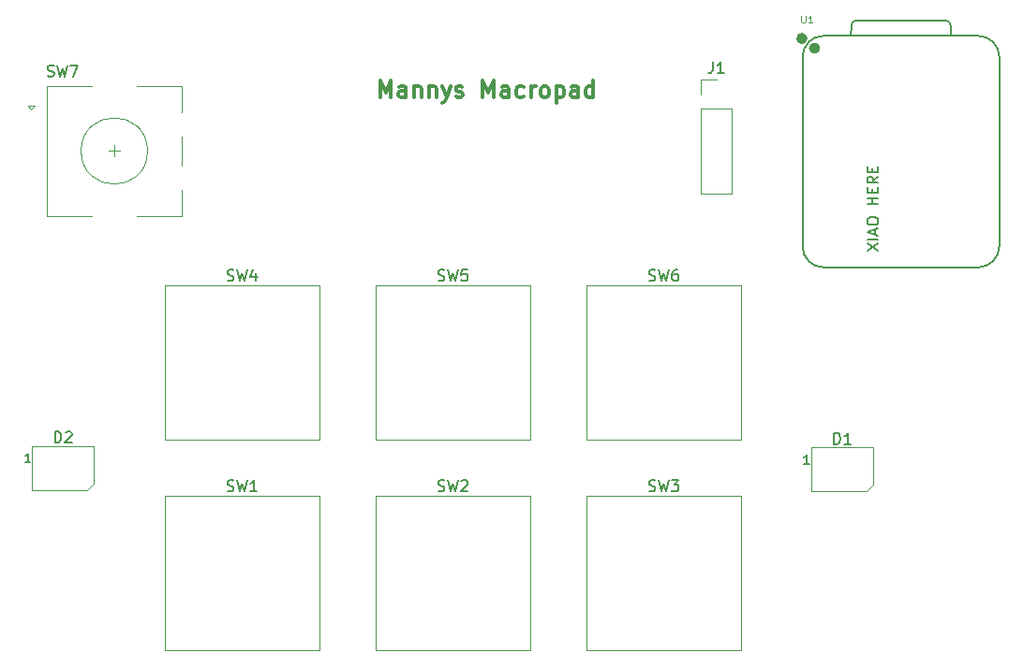
<source format=gbr>
%TF.GenerationSoftware,KiCad,Pcbnew,9.0.7*%
%TF.CreationDate,2026-01-28T20:07:14-06:00*%
%TF.ProjectId,MicroPad actual,4d696372-6f50-4616-9420-61637475616c,rev?*%
%TF.SameCoordinates,Original*%
%TF.FileFunction,Legend,Top*%
%TF.FilePolarity,Positive*%
%FSLAX46Y46*%
G04 Gerber Fmt 4.6, Leading zero omitted, Abs format (unit mm)*
G04 Created by KiCad (PCBNEW 9.0.7) date 2026-01-28 20:07:14*
%MOMM*%
%LPD*%
G01*
G04 APERTURE LIST*
%ADD10C,0.300000*%
%ADD11C,0.150000*%
%ADD12C,0.101600*%
%ADD13C,0.120000*%
%ADD14C,0.127000*%
%ADD15C,0.100000*%
%ADD16C,0.504000*%
G04 APERTURE END LIST*
D10*
X117235760Y-35519578D02*
X117235760Y-34019578D01*
X117235760Y-34019578D02*
X117735760Y-35091007D01*
X117735760Y-35091007D02*
X118235760Y-34019578D01*
X118235760Y-34019578D02*
X118235760Y-35519578D01*
X119592904Y-35519578D02*
X119592904Y-34733864D01*
X119592904Y-34733864D02*
X119521475Y-34591007D01*
X119521475Y-34591007D02*
X119378618Y-34519578D01*
X119378618Y-34519578D02*
X119092904Y-34519578D01*
X119092904Y-34519578D02*
X118950046Y-34591007D01*
X119592904Y-35448150D02*
X119450046Y-35519578D01*
X119450046Y-35519578D02*
X119092904Y-35519578D01*
X119092904Y-35519578D02*
X118950046Y-35448150D01*
X118950046Y-35448150D02*
X118878618Y-35305292D01*
X118878618Y-35305292D02*
X118878618Y-35162435D01*
X118878618Y-35162435D02*
X118950046Y-35019578D01*
X118950046Y-35019578D02*
X119092904Y-34948150D01*
X119092904Y-34948150D02*
X119450046Y-34948150D01*
X119450046Y-34948150D02*
X119592904Y-34876721D01*
X120307189Y-34519578D02*
X120307189Y-35519578D01*
X120307189Y-34662435D02*
X120378618Y-34591007D01*
X120378618Y-34591007D02*
X120521475Y-34519578D01*
X120521475Y-34519578D02*
X120735761Y-34519578D01*
X120735761Y-34519578D02*
X120878618Y-34591007D01*
X120878618Y-34591007D02*
X120950047Y-34733864D01*
X120950047Y-34733864D02*
X120950047Y-35519578D01*
X121664332Y-34519578D02*
X121664332Y-35519578D01*
X121664332Y-34662435D02*
X121735761Y-34591007D01*
X121735761Y-34591007D02*
X121878618Y-34519578D01*
X121878618Y-34519578D02*
X122092904Y-34519578D01*
X122092904Y-34519578D02*
X122235761Y-34591007D01*
X122235761Y-34591007D02*
X122307190Y-34733864D01*
X122307190Y-34733864D02*
X122307190Y-35519578D01*
X122878618Y-34519578D02*
X123235761Y-35519578D01*
X123592904Y-34519578D02*
X123235761Y-35519578D01*
X123235761Y-35519578D02*
X123092904Y-35876721D01*
X123092904Y-35876721D02*
X123021475Y-35948150D01*
X123021475Y-35948150D02*
X122878618Y-36019578D01*
X124092904Y-35448150D02*
X124235761Y-35519578D01*
X124235761Y-35519578D02*
X124521475Y-35519578D01*
X124521475Y-35519578D02*
X124664332Y-35448150D01*
X124664332Y-35448150D02*
X124735761Y-35305292D01*
X124735761Y-35305292D02*
X124735761Y-35233864D01*
X124735761Y-35233864D02*
X124664332Y-35091007D01*
X124664332Y-35091007D02*
X124521475Y-35019578D01*
X124521475Y-35019578D02*
X124307190Y-35019578D01*
X124307190Y-35019578D02*
X124164332Y-34948150D01*
X124164332Y-34948150D02*
X124092904Y-34805292D01*
X124092904Y-34805292D02*
X124092904Y-34733864D01*
X124092904Y-34733864D02*
X124164332Y-34591007D01*
X124164332Y-34591007D02*
X124307190Y-34519578D01*
X124307190Y-34519578D02*
X124521475Y-34519578D01*
X124521475Y-34519578D02*
X124664332Y-34591007D01*
X126521475Y-35519578D02*
X126521475Y-34019578D01*
X126521475Y-34019578D02*
X127021475Y-35091007D01*
X127021475Y-35091007D02*
X127521475Y-34019578D01*
X127521475Y-34019578D02*
X127521475Y-35519578D01*
X128878619Y-35519578D02*
X128878619Y-34733864D01*
X128878619Y-34733864D02*
X128807190Y-34591007D01*
X128807190Y-34591007D02*
X128664333Y-34519578D01*
X128664333Y-34519578D02*
X128378619Y-34519578D01*
X128378619Y-34519578D02*
X128235761Y-34591007D01*
X128878619Y-35448150D02*
X128735761Y-35519578D01*
X128735761Y-35519578D02*
X128378619Y-35519578D01*
X128378619Y-35519578D02*
X128235761Y-35448150D01*
X128235761Y-35448150D02*
X128164333Y-35305292D01*
X128164333Y-35305292D02*
X128164333Y-35162435D01*
X128164333Y-35162435D02*
X128235761Y-35019578D01*
X128235761Y-35019578D02*
X128378619Y-34948150D01*
X128378619Y-34948150D02*
X128735761Y-34948150D01*
X128735761Y-34948150D02*
X128878619Y-34876721D01*
X130235762Y-35448150D02*
X130092904Y-35519578D01*
X130092904Y-35519578D02*
X129807190Y-35519578D01*
X129807190Y-35519578D02*
X129664333Y-35448150D01*
X129664333Y-35448150D02*
X129592904Y-35376721D01*
X129592904Y-35376721D02*
X129521476Y-35233864D01*
X129521476Y-35233864D02*
X129521476Y-34805292D01*
X129521476Y-34805292D02*
X129592904Y-34662435D01*
X129592904Y-34662435D02*
X129664333Y-34591007D01*
X129664333Y-34591007D02*
X129807190Y-34519578D01*
X129807190Y-34519578D02*
X130092904Y-34519578D01*
X130092904Y-34519578D02*
X130235762Y-34591007D01*
X130878618Y-35519578D02*
X130878618Y-34519578D01*
X130878618Y-34805292D02*
X130950047Y-34662435D01*
X130950047Y-34662435D02*
X131021476Y-34591007D01*
X131021476Y-34591007D02*
X131164333Y-34519578D01*
X131164333Y-34519578D02*
X131307190Y-34519578D01*
X132021475Y-35519578D02*
X131878618Y-35448150D01*
X131878618Y-35448150D02*
X131807189Y-35376721D01*
X131807189Y-35376721D02*
X131735761Y-35233864D01*
X131735761Y-35233864D02*
X131735761Y-34805292D01*
X131735761Y-34805292D02*
X131807189Y-34662435D01*
X131807189Y-34662435D02*
X131878618Y-34591007D01*
X131878618Y-34591007D02*
X132021475Y-34519578D01*
X132021475Y-34519578D02*
X132235761Y-34519578D01*
X132235761Y-34519578D02*
X132378618Y-34591007D01*
X132378618Y-34591007D02*
X132450047Y-34662435D01*
X132450047Y-34662435D02*
X132521475Y-34805292D01*
X132521475Y-34805292D02*
X132521475Y-35233864D01*
X132521475Y-35233864D02*
X132450047Y-35376721D01*
X132450047Y-35376721D02*
X132378618Y-35448150D01*
X132378618Y-35448150D02*
X132235761Y-35519578D01*
X132235761Y-35519578D02*
X132021475Y-35519578D01*
X133164332Y-34519578D02*
X133164332Y-36019578D01*
X133164332Y-34591007D02*
X133307190Y-34519578D01*
X133307190Y-34519578D02*
X133592904Y-34519578D01*
X133592904Y-34519578D02*
X133735761Y-34591007D01*
X133735761Y-34591007D02*
X133807190Y-34662435D01*
X133807190Y-34662435D02*
X133878618Y-34805292D01*
X133878618Y-34805292D02*
X133878618Y-35233864D01*
X133878618Y-35233864D02*
X133807190Y-35376721D01*
X133807190Y-35376721D02*
X133735761Y-35448150D01*
X133735761Y-35448150D02*
X133592904Y-35519578D01*
X133592904Y-35519578D02*
X133307190Y-35519578D01*
X133307190Y-35519578D02*
X133164332Y-35448150D01*
X135164333Y-35519578D02*
X135164333Y-34733864D01*
X135164333Y-34733864D02*
X135092904Y-34591007D01*
X135092904Y-34591007D02*
X134950047Y-34519578D01*
X134950047Y-34519578D02*
X134664333Y-34519578D01*
X134664333Y-34519578D02*
X134521475Y-34591007D01*
X135164333Y-35448150D02*
X135021475Y-35519578D01*
X135021475Y-35519578D02*
X134664333Y-35519578D01*
X134664333Y-35519578D02*
X134521475Y-35448150D01*
X134521475Y-35448150D02*
X134450047Y-35305292D01*
X134450047Y-35305292D02*
X134450047Y-35162435D01*
X134450047Y-35162435D02*
X134521475Y-35019578D01*
X134521475Y-35019578D02*
X134664333Y-34948150D01*
X134664333Y-34948150D02*
X135021475Y-34948150D01*
X135021475Y-34948150D02*
X135164333Y-34876721D01*
X136521476Y-35519578D02*
X136521476Y-34019578D01*
X136521476Y-35448150D02*
X136378618Y-35519578D01*
X136378618Y-35519578D02*
X136092904Y-35519578D01*
X136092904Y-35519578D02*
X135950047Y-35448150D01*
X135950047Y-35448150D02*
X135878618Y-35376721D01*
X135878618Y-35376721D02*
X135807190Y-35233864D01*
X135807190Y-35233864D02*
X135807190Y-34805292D01*
X135807190Y-34805292D02*
X135878618Y-34662435D01*
X135878618Y-34662435D02*
X135950047Y-34591007D01*
X135950047Y-34591007D02*
X136092904Y-34519578D01*
X136092904Y-34519578D02*
X136378618Y-34519578D01*
X136378618Y-34519578D02*
X136521476Y-34591007D01*
D11*
X161259819Y-49378458D02*
X162259819Y-48711792D01*
X161259819Y-48711792D02*
X162259819Y-49378458D01*
X162259819Y-48330839D02*
X161259819Y-48330839D01*
X161974104Y-47902268D02*
X161974104Y-47426078D01*
X162259819Y-47997506D02*
X161259819Y-47664173D01*
X161259819Y-47664173D02*
X162259819Y-47330840D01*
X161259819Y-46807030D02*
X161259819Y-46616554D01*
X161259819Y-46616554D02*
X161307438Y-46521316D01*
X161307438Y-46521316D02*
X161402676Y-46426078D01*
X161402676Y-46426078D02*
X161593152Y-46378459D01*
X161593152Y-46378459D02*
X161926485Y-46378459D01*
X161926485Y-46378459D02*
X162116961Y-46426078D01*
X162116961Y-46426078D02*
X162212200Y-46521316D01*
X162212200Y-46521316D02*
X162259819Y-46616554D01*
X162259819Y-46616554D02*
X162259819Y-46807030D01*
X162259819Y-46807030D02*
X162212200Y-46902268D01*
X162212200Y-46902268D02*
X162116961Y-46997506D01*
X162116961Y-46997506D02*
X161926485Y-47045125D01*
X161926485Y-47045125D02*
X161593152Y-47045125D01*
X161593152Y-47045125D02*
X161402676Y-46997506D01*
X161402676Y-46997506D02*
X161307438Y-46902268D01*
X161307438Y-46902268D02*
X161259819Y-46807030D01*
X162259819Y-45187982D02*
X161259819Y-45187982D01*
X161736009Y-45187982D02*
X161736009Y-44616554D01*
X162259819Y-44616554D02*
X161259819Y-44616554D01*
X161736009Y-44140363D02*
X161736009Y-43807030D01*
X162259819Y-43664173D02*
X162259819Y-44140363D01*
X162259819Y-44140363D02*
X161259819Y-44140363D01*
X161259819Y-44140363D02*
X161259819Y-43664173D01*
X162259819Y-42664173D02*
X161783628Y-42997506D01*
X162259819Y-43235601D02*
X161259819Y-43235601D01*
X161259819Y-43235601D02*
X161259819Y-42854649D01*
X161259819Y-42854649D02*
X161307438Y-42759411D01*
X161307438Y-42759411D02*
X161355057Y-42711792D01*
X161355057Y-42711792D02*
X161450295Y-42664173D01*
X161450295Y-42664173D02*
X161593152Y-42664173D01*
X161593152Y-42664173D02*
X161688390Y-42711792D01*
X161688390Y-42711792D02*
X161736009Y-42759411D01*
X161736009Y-42759411D02*
X161783628Y-42854649D01*
X161783628Y-42854649D02*
X161783628Y-43235601D01*
X161736009Y-42235601D02*
X161736009Y-41902268D01*
X162259819Y-41759411D02*
X162259819Y-42235601D01*
X162259819Y-42235601D02*
X161259819Y-42235601D01*
X161259819Y-42235601D02*
X161259819Y-41759411D01*
X87861905Y-66754819D02*
X87861905Y-65754819D01*
X87861905Y-65754819D02*
X88100000Y-65754819D01*
X88100000Y-65754819D02*
X88242857Y-65802438D01*
X88242857Y-65802438D02*
X88338095Y-65897676D01*
X88338095Y-65897676D02*
X88385714Y-65992914D01*
X88385714Y-65992914D02*
X88433333Y-66183390D01*
X88433333Y-66183390D02*
X88433333Y-66326247D01*
X88433333Y-66326247D02*
X88385714Y-66516723D01*
X88385714Y-66516723D02*
X88338095Y-66611961D01*
X88338095Y-66611961D02*
X88242857Y-66707200D01*
X88242857Y-66707200D02*
X88100000Y-66754819D01*
X88100000Y-66754819D02*
X87861905Y-66754819D01*
X88814286Y-65850057D02*
X88861905Y-65802438D01*
X88861905Y-65802438D02*
X88957143Y-65754819D01*
X88957143Y-65754819D02*
X89195238Y-65754819D01*
X89195238Y-65754819D02*
X89290476Y-65802438D01*
X89290476Y-65802438D02*
X89338095Y-65850057D01*
X89338095Y-65850057D02*
X89385714Y-65945295D01*
X89385714Y-65945295D02*
X89385714Y-66040533D01*
X89385714Y-66040533D02*
X89338095Y-66183390D01*
X89338095Y-66183390D02*
X88766667Y-66754819D01*
X88766667Y-66754819D02*
X89385714Y-66754819D01*
X85628571Y-68537295D02*
X85171428Y-68537295D01*
X85400000Y-68537295D02*
X85400000Y-67737295D01*
X85400000Y-67737295D02*
X85323809Y-67851580D01*
X85323809Y-67851580D02*
X85247619Y-67927771D01*
X85247619Y-67927771D02*
X85171428Y-67965866D01*
X158261905Y-66879819D02*
X158261905Y-65879819D01*
X158261905Y-65879819D02*
X158500000Y-65879819D01*
X158500000Y-65879819D02*
X158642857Y-65927438D01*
X158642857Y-65927438D02*
X158738095Y-66022676D01*
X158738095Y-66022676D02*
X158785714Y-66117914D01*
X158785714Y-66117914D02*
X158833333Y-66308390D01*
X158833333Y-66308390D02*
X158833333Y-66451247D01*
X158833333Y-66451247D02*
X158785714Y-66641723D01*
X158785714Y-66641723D02*
X158738095Y-66736961D01*
X158738095Y-66736961D02*
X158642857Y-66832200D01*
X158642857Y-66832200D02*
X158500000Y-66879819D01*
X158500000Y-66879819D02*
X158261905Y-66879819D01*
X159785714Y-66879819D02*
X159214286Y-66879819D01*
X159500000Y-66879819D02*
X159500000Y-65879819D01*
X159500000Y-65879819D02*
X159404762Y-66022676D01*
X159404762Y-66022676D02*
X159309524Y-66117914D01*
X159309524Y-66117914D02*
X159214286Y-66165533D01*
X156028571Y-68662295D02*
X155571428Y-68662295D01*
X155800000Y-68662295D02*
X155800000Y-67862295D01*
X155800000Y-67862295D02*
X155723809Y-67976580D01*
X155723809Y-67976580D02*
X155647619Y-68052771D01*
X155647619Y-68052771D02*
X155571428Y-68090866D01*
X87191667Y-33569700D02*
X87334524Y-33617319D01*
X87334524Y-33617319D02*
X87572619Y-33617319D01*
X87572619Y-33617319D02*
X87667857Y-33569700D01*
X87667857Y-33569700D02*
X87715476Y-33522080D01*
X87715476Y-33522080D02*
X87763095Y-33426842D01*
X87763095Y-33426842D02*
X87763095Y-33331604D01*
X87763095Y-33331604D02*
X87715476Y-33236366D01*
X87715476Y-33236366D02*
X87667857Y-33188747D01*
X87667857Y-33188747D02*
X87572619Y-33141128D01*
X87572619Y-33141128D02*
X87382143Y-33093509D01*
X87382143Y-33093509D02*
X87286905Y-33045890D01*
X87286905Y-33045890D02*
X87239286Y-32998271D01*
X87239286Y-32998271D02*
X87191667Y-32903033D01*
X87191667Y-32903033D02*
X87191667Y-32807795D01*
X87191667Y-32807795D02*
X87239286Y-32712557D01*
X87239286Y-32712557D02*
X87286905Y-32664938D01*
X87286905Y-32664938D02*
X87382143Y-32617319D01*
X87382143Y-32617319D02*
X87620238Y-32617319D01*
X87620238Y-32617319D02*
X87763095Y-32664938D01*
X88096429Y-32617319D02*
X88334524Y-33617319D01*
X88334524Y-33617319D02*
X88525000Y-32903033D01*
X88525000Y-32903033D02*
X88715476Y-33617319D01*
X88715476Y-33617319D02*
X88953572Y-32617319D01*
X89239286Y-32617319D02*
X89905952Y-32617319D01*
X89905952Y-32617319D02*
X89477381Y-33617319D01*
X141541667Y-71114450D02*
X141684524Y-71162069D01*
X141684524Y-71162069D02*
X141922619Y-71162069D01*
X141922619Y-71162069D02*
X142017857Y-71114450D01*
X142017857Y-71114450D02*
X142065476Y-71066830D01*
X142065476Y-71066830D02*
X142113095Y-70971592D01*
X142113095Y-70971592D02*
X142113095Y-70876354D01*
X142113095Y-70876354D02*
X142065476Y-70781116D01*
X142065476Y-70781116D02*
X142017857Y-70733497D01*
X142017857Y-70733497D02*
X141922619Y-70685878D01*
X141922619Y-70685878D02*
X141732143Y-70638259D01*
X141732143Y-70638259D02*
X141636905Y-70590640D01*
X141636905Y-70590640D02*
X141589286Y-70543021D01*
X141589286Y-70543021D02*
X141541667Y-70447783D01*
X141541667Y-70447783D02*
X141541667Y-70352545D01*
X141541667Y-70352545D02*
X141589286Y-70257307D01*
X141589286Y-70257307D02*
X141636905Y-70209688D01*
X141636905Y-70209688D02*
X141732143Y-70162069D01*
X141732143Y-70162069D02*
X141970238Y-70162069D01*
X141970238Y-70162069D02*
X142113095Y-70209688D01*
X142446429Y-70162069D02*
X142684524Y-71162069D01*
X142684524Y-71162069D02*
X142875000Y-70447783D01*
X142875000Y-70447783D02*
X143065476Y-71162069D01*
X143065476Y-71162069D02*
X143303572Y-70162069D01*
X143589286Y-70162069D02*
X144208333Y-70162069D01*
X144208333Y-70162069D02*
X143875000Y-70543021D01*
X143875000Y-70543021D02*
X144017857Y-70543021D01*
X144017857Y-70543021D02*
X144113095Y-70590640D01*
X144113095Y-70590640D02*
X144160714Y-70638259D01*
X144160714Y-70638259D02*
X144208333Y-70733497D01*
X144208333Y-70733497D02*
X144208333Y-70971592D01*
X144208333Y-70971592D02*
X144160714Y-71066830D01*
X144160714Y-71066830D02*
X144113095Y-71114450D01*
X144113095Y-71114450D02*
X144017857Y-71162069D01*
X144017857Y-71162069D02*
X143732143Y-71162069D01*
X143732143Y-71162069D02*
X143636905Y-71114450D01*
X143636905Y-71114450D02*
X143589286Y-71066830D01*
X141541667Y-52064450D02*
X141684524Y-52112069D01*
X141684524Y-52112069D02*
X141922619Y-52112069D01*
X141922619Y-52112069D02*
X142017857Y-52064450D01*
X142017857Y-52064450D02*
X142065476Y-52016830D01*
X142065476Y-52016830D02*
X142113095Y-51921592D01*
X142113095Y-51921592D02*
X142113095Y-51826354D01*
X142113095Y-51826354D02*
X142065476Y-51731116D01*
X142065476Y-51731116D02*
X142017857Y-51683497D01*
X142017857Y-51683497D02*
X141922619Y-51635878D01*
X141922619Y-51635878D02*
X141732143Y-51588259D01*
X141732143Y-51588259D02*
X141636905Y-51540640D01*
X141636905Y-51540640D02*
X141589286Y-51493021D01*
X141589286Y-51493021D02*
X141541667Y-51397783D01*
X141541667Y-51397783D02*
X141541667Y-51302545D01*
X141541667Y-51302545D02*
X141589286Y-51207307D01*
X141589286Y-51207307D02*
X141636905Y-51159688D01*
X141636905Y-51159688D02*
X141732143Y-51112069D01*
X141732143Y-51112069D02*
X141970238Y-51112069D01*
X141970238Y-51112069D02*
X142113095Y-51159688D01*
X142446429Y-51112069D02*
X142684524Y-52112069D01*
X142684524Y-52112069D02*
X142875000Y-51397783D01*
X142875000Y-51397783D02*
X143065476Y-52112069D01*
X143065476Y-52112069D02*
X143303572Y-51112069D01*
X144113095Y-51112069D02*
X143922619Y-51112069D01*
X143922619Y-51112069D02*
X143827381Y-51159688D01*
X143827381Y-51159688D02*
X143779762Y-51207307D01*
X143779762Y-51207307D02*
X143684524Y-51350164D01*
X143684524Y-51350164D02*
X143636905Y-51540640D01*
X143636905Y-51540640D02*
X143636905Y-51921592D01*
X143636905Y-51921592D02*
X143684524Y-52016830D01*
X143684524Y-52016830D02*
X143732143Y-52064450D01*
X143732143Y-52064450D02*
X143827381Y-52112069D01*
X143827381Y-52112069D02*
X144017857Y-52112069D01*
X144017857Y-52112069D02*
X144113095Y-52064450D01*
X144113095Y-52064450D02*
X144160714Y-52016830D01*
X144160714Y-52016830D02*
X144208333Y-51921592D01*
X144208333Y-51921592D02*
X144208333Y-51683497D01*
X144208333Y-51683497D02*
X144160714Y-51588259D01*
X144160714Y-51588259D02*
X144113095Y-51540640D01*
X144113095Y-51540640D02*
X144017857Y-51493021D01*
X144017857Y-51493021D02*
X143827381Y-51493021D01*
X143827381Y-51493021D02*
X143732143Y-51540640D01*
X143732143Y-51540640D02*
X143684524Y-51588259D01*
X143684524Y-51588259D02*
X143636905Y-51683497D01*
X103441667Y-71114450D02*
X103584524Y-71162069D01*
X103584524Y-71162069D02*
X103822619Y-71162069D01*
X103822619Y-71162069D02*
X103917857Y-71114450D01*
X103917857Y-71114450D02*
X103965476Y-71066830D01*
X103965476Y-71066830D02*
X104013095Y-70971592D01*
X104013095Y-70971592D02*
X104013095Y-70876354D01*
X104013095Y-70876354D02*
X103965476Y-70781116D01*
X103965476Y-70781116D02*
X103917857Y-70733497D01*
X103917857Y-70733497D02*
X103822619Y-70685878D01*
X103822619Y-70685878D02*
X103632143Y-70638259D01*
X103632143Y-70638259D02*
X103536905Y-70590640D01*
X103536905Y-70590640D02*
X103489286Y-70543021D01*
X103489286Y-70543021D02*
X103441667Y-70447783D01*
X103441667Y-70447783D02*
X103441667Y-70352545D01*
X103441667Y-70352545D02*
X103489286Y-70257307D01*
X103489286Y-70257307D02*
X103536905Y-70209688D01*
X103536905Y-70209688D02*
X103632143Y-70162069D01*
X103632143Y-70162069D02*
X103870238Y-70162069D01*
X103870238Y-70162069D02*
X104013095Y-70209688D01*
X104346429Y-70162069D02*
X104584524Y-71162069D01*
X104584524Y-71162069D02*
X104775000Y-70447783D01*
X104775000Y-70447783D02*
X104965476Y-71162069D01*
X104965476Y-71162069D02*
X105203572Y-70162069D01*
X106108333Y-71162069D02*
X105536905Y-71162069D01*
X105822619Y-71162069D02*
X105822619Y-70162069D01*
X105822619Y-70162069D02*
X105727381Y-70304926D01*
X105727381Y-70304926D02*
X105632143Y-70400164D01*
X105632143Y-70400164D02*
X105536905Y-70447783D01*
X122491667Y-52064450D02*
X122634524Y-52112069D01*
X122634524Y-52112069D02*
X122872619Y-52112069D01*
X122872619Y-52112069D02*
X122967857Y-52064450D01*
X122967857Y-52064450D02*
X123015476Y-52016830D01*
X123015476Y-52016830D02*
X123063095Y-51921592D01*
X123063095Y-51921592D02*
X123063095Y-51826354D01*
X123063095Y-51826354D02*
X123015476Y-51731116D01*
X123015476Y-51731116D02*
X122967857Y-51683497D01*
X122967857Y-51683497D02*
X122872619Y-51635878D01*
X122872619Y-51635878D02*
X122682143Y-51588259D01*
X122682143Y-51588259D02*
X122586905Y-51540640D01*
X122586905Y-51540640D02*
X122539286Y-51493021D01*
X122539286Y-51493021D02*
X122491667Y-51397783D01*
X122491667Y-51397783D02*
X122491667Y-51302545D01*
X122491667Y-51302545D02*
X122539286Y-51207307D01*
X122539286Y-51207307D02*
X122586905Y-51159688D01*
X122586905Y-51159688D02*
X122682143Y-51112069D01*
X122682143Y-51112069D02*
X122920238Y-51112069D01*
X122920238Y-51112069D02*
X123063095Y-51159688D01*
X123396429Y-51112069D02*
X123634524Y-52112069D01*
X123634524Y-52112069D02*
X123825000Y-51397783D01*
X123825000Y-51397783D02*
X124015476Y-52112069D01*
X124015476Y-52112069D02*
X124253572Y-51112069D01*
X125110714Y-51112069D02*
X124634524Y-51112069D01*
X124634524Y-51112069D02*
X124586905Y-51588259D01*
X124586905Y-51588259D02*
X124634524Y-51540640D01*
X124634524Y-51540640D02*
X124729762Y-51493021D01*
X124729762Y-51493021D02*
X124967857Y-51493021D01*
X124967857Y-51493021D02*
X125063095Y-51540640D01*
X125063095Y-51540640D02*
X125110714Y-51588259D01*
X125110714Y-51588259D02*
X125158333Y-51683497D01*
X125158333Y-51683497D02*
X125158333Y-51921592D01*
X125158333Y-51921592D02*
X125110714Y-52016830D01*
X125110714Y-52016830D02*
X125063095Y-52064450D01*
X125063095Y-52064450D02*
X124967857Y-52112069D01*
X124967857Y-52112069D02*
X124729762Y-52112069D01*
X124729762Y-52112069D02*
X124634524Y-52064450D01*
X124634524Y-52064450D02*
X124586905Y-52016830D01*
D12*
X155322440Y-28134729D02*
X155322440Y-28648776D01*
X155322440Y-28648776D02*
X155352678Y-28709252D01*
X155352678Y-28709252D02*
X155382916Y-28739491D01*
X155382916Y-28739491D02*
X155443392Y-28769729D01*
X155443392Y-28769729D02*
X155564345Y-28769729D01*
X155564345Y-28769729D02*
X155624821Y-28739491D01*
X155624821Y-28739491D02*
X155655059Y-28709252D01*
X155655059Y-28709252D02*
X155685297Y-28648776D01*
X155685297Y-28648776D02*
X155685297Y-28134729D01*
X156320297Y-28769729D02*
X155957440Y-28769729D01*
X156138868Y-28769729D02*
X156138868Y-28134729D01*
X156138868Y-28134729D02*
X156078392Y-28225443D01*
X156078392Y-28225443D02*
X156017916Y-28285919D01*
X156017916Y-28285919D02*
X155957440Y-28316157D01*
D11*
X147304166Y-32317319D02*
X147304166Y-33031604D01*
X147304166Y-33031604D02*
X147256547Y-33174461D01*
X147256547Y-33174461D02*
X147161309Y-33269700D01*
X147161309Y-33269700D02*
X147018452Y-33317319D01*
X147018452Y-33317319D02*
X146923214Y-33317319D01*
X148304166Y-33317319D02*
X147732738Y-33317319D01*
X148018452Y-33317319D02*
X148018452Y-32317319D01*
X148018452Y-32317319D02*
X147923214Y-32460176D01*
X147923214Y-32460176D02*
X147827976Y-32555414D01*
X147827976Y-32555414D02*
X147732738Y-32603033D01*
X122491667Y-71114450D02*
X122634524Y-71162069D01*
X122634524Y-71162069D02*
X122872619Y-71162069D01*
X122872619Y-71162069D02*
X122967857Y-71114450D01*
X122967857Y-71114450D02*
X123015476Y-71066830D01*
X123015476Y-71066830D02*
X123063095Y-70971592D01*
X123063095Y-70971592D02*
X123063095Y-70876354D01*
X123063095Y-70876354D02*
X123015476Y-70781116D01*
X123015476Y-70781116D02*
X122967857Y-70733497D01*
X122967857Y-70733497D02*
X122872619Y-70685878D01*
X122872619Y-70685878D02*
X122682143Y-70638259D01*
X122682143Y-70638259D02*
X122586905Y-70590640D01*
X122586905Y-70590640D02*
X122539286Y-70543021D01*
X122539286Y-70543021D02*
X122491667Y-70447783D01*
X122491667Y-70447783D02*
X122491667Y-70352545D01*
X122491667Y-70352545D02*
X122539286Y-70257307D01*
X122539286Y-70257307D02*
X122586905Y-70209688D01*
X122586905Y-70209688D02*
X122682143Y-70162069D01*
X122682143Y-70162069D02*
X122920238Y-70162069D01*
X122920238Y-70162069D02*
X123063095Y-70209688D01*
X123396429Y-70162069D02*
X123634524Y-71162069D01*
X123634524Y-71162069D02*
X123825000Y-70447783D01*
X123825000Y-70447783D02*
X124015476Y-71162069D01*
X124015476Y-71162069D02*
X124253572Y-70162069D01*
X124586905Y-70257307D02*
X124634524Y-70209688D01*
X124634524Y-70209688D02*
X124729762Y-70162069D01*
X124729762Y-70162069D02*
X124967857Y-70162069D01*
X124967857Y-70162069D02*
X125063095Y-70209688D01*
X125063095Y-70209688D02*
X125110714Y-70257307D01*
X125110714Y-70257307D02*
X125158333Y-70352545D01*
X125158333Y-70352545D02*
X125158333Y-70447783D01*
X125158333Y-70447783D02*
X125110714Y-70590640D01*
X125110714Y-70590640D02*
X124539286Y-71162069D01*
X124539286Y-71162069D02*
X125158333Y-71162069D01*
X103441667Y-52064450D02*
X103584524Y-52112069D01*
X103584524Y-52112069D02*
X103822619Y-52112069D01*
X103822619Y-52112069D02*
X103917857Y-52064450D01*
X103917857Y-52064450D02*
X103965476Y-52016830D01*
X103965476Y-52016830D02*
X104013095Y-51921592D01*
X104013095Y-51921592D02*
X104013095Y-51826354D01*
X104013095Y-51826354D02*
X103965476Y-51731116D01*
X103965476Y-51731116D02*
X103917857Y-51683497D01*
X103917857Y-51683497D02*
X103822619Y-51635878D01*
X103822619Y-51635878D02*
X103632143Y-51588259D01*
X103632143Y-51588259D02*
X103536905Y-51540640D01*
X103536905Y-51540640D02*
X103489286Y-51493021D01*
X103489286Y-51493021D02*
X103441667Y-51397783D01*
X103441667Y-51397783D02*
X103441667Y-51302545D01*
X103441667Y-51302545D02*
X103489286Y-51207307D01*
X103489286Y-51207307D02*
X103536905Y-51159688D01*
X103536905Y-51159688D02*
X103632143Y-51112069D01*
X103632143Y-51112069D02*
X103870238Y-51112069D01*
X103870238Y-51112069D02*
X104013095Y-51159688D01*
X104346429Y-51112069D02*
X104584524Y-52112069D01*
X104584524Y-52112069D02*
X104775000Y-51397783D01*
X104775000Y-51397783D02*
X104965476Y-52112069D01*
X104965476Y-52112069D02*
X105203572Y-51112069D01*
X106013095Y-51445402D02*
X106013095Y-52112069D01*
X105775000Y-51064450D02*
X105536905Y-51778735D01*
X105536905Y-51778735D02*
X106155952Y-51778735D01*
D13*
%TO.C,D2*%
X85800000Y-67050000D02*
X85800000Y-71050000D01*
X85800000Y-67050000D02*
X91400000Y-67050000D01*
X85800000Y-71050000D02*
X90800000Y-71050000D01*
X91400000Y-70450000D02*
X90800000Y-71050000D01*
X91400000Y-70450000D02*
X91400000Y-67050000D01*
%TO.C,D1*%
X156200000Y-67175000D02*
X156200000Y-71175000D01*
X156200000Y-67175000D02*
X161800000Y-67175000D01*
X156200000Y-71175000D02*
X161200000Y-71175000D01*
X161800000Y-70575000D02*
X161200000Y-71175000D01*
X161800000Y-70575000D02*
X161800000Y-67175000D01*
%TO.C,SW7*%
X85425000Y-36262500D02*
X86025000Y-36262500D01*
X85725000Y-36562500D02*
X85425000Y-36262500D01*
X86025000Y-36262500D02*
X85725000Y-36562500D01*
X87125000Y-34462500D02*
X87125000Y-46262500D01*
X91225000Y-34462500D02*
X87125000Y-34462500D01*
X91225000Y-46262500D02*
X87125000Y-46262500D01*
X92725000Y-40362500D02*
X93725000Y-40362500D01*
X93225000Y-39862500D02*
X93225000Y-40862500D01*
X95225000Y-34462500D02*
X99325000Y-34462500D01*
X99325000Y-34462500D02*
X99325000Y-36862500D01*
X99325000Y-39062500D02*
X99325000Y-41662500D01*
X99325000Y-43862500D02*
X99325000Y-46262500D01*
X99325000Y-46262500D02*
X95225000Y-46262500D01*
X96225000Y-40362500D02*
G75*
G02*
X90225000Y-40362500I-3000000J0D01*
G01*
X90225000Y-40362500D02*
G75*
G02*
X96225000Y-40362500I3000000J0D01*
G01*
%TO.C,SW3*%
X135890000Y-71596250D02*
X149860000Y-71596250D01*
X135890000Y-85566250D02*
X135890000Y-71596250D01*
X149860000Y-71596250D02*
X149860000Y-85566250D01*
X149860000Y-85566250D02*
X135890000Y-85566250D01*
%TO.C,SW6*%
X135890000Y-52546250D02*
X149860000Y-52546250D01*
X135890000Y-66516250D02*
X135890000Y-52546250D01*
X149860000Y-52546250D02*
X149860000Y-66516250D01*
X149860000Y-66516250D02*
X135890000Y-66516250D01*
%TO.C,SW1*%
X97790000Y-71596250D02*
X111760000Y-71596250D01*
X97790000Y-85566250D02*
X97790000Y-71596250D01*
X111760000Y-71596250D02*
X111760000Y-85566250D01*
X111760000Y-85566250D02*
X97790000Y-85566250D01*
%TO.C,SW5*%
X116840000Y-52546250D02*
X130810000Y-52546250D01*
X116840000Y-66516250D02*
X116840000Y-52546250D01*
X130810000Y-52546250D02*
X130810000Y-66516250D01*
X130810000Y-66516250D02*
X116840000Y-66516250D01*
D14*
%TO.C,U1*%
X155416250Y-48990250D02*
X155416250Y-31845250D01*
X157321250Y-50895250D02*
X171291250Y-50895250D01*
X159811250Y-29940250D02*
X159814978Y-29029978D01*
X160314978Y-28530250D02*
X168310250Y-28530250D01*
X168810250Y-29030250D02*
X168810250Y-29940250D01*
D15*
X171291250Y-29940250D02*
X157321250Y-29940250D01*
D14*
X171291250Y-29940250D02*
X157321250Y-29940250D01*
X173196250Y-48990250D02*
X173196250Y-31845250D01*
X155416250Y-31845250D02*
G75*
G02*
X157321250Y-29940250I1905001J-1D01*
G01*
X157321250Y-50895250D02*
G75*
G02*
X155416250Y-48990250I1J1905001D01*
G01*
X159814978Y-29029978D02*
G75*
G02*
X160314978Y-28530251I500018J-291D01*
G01*
X168310250Y-28530250D02*
G75*
G02*
X168810250Y-29030250I0J-500000D01*
G01*
X171291250Y-29940250D02*
G75*
G02*
X173196250Y-31845250I0J-1905000D01*
G01*
X173196250Y-48990250D02*
G75*
G02*
X171291250Y-50895250I-1905000J0D01*
G01*
D16*
X155608250Y-30181250D02*
G75*
G02*
X155104250Y-30181250I-252000J0D01*
G01*
X155104250Y-30181250D02*
G75*
G02*
X155608250Y-30181250I252000J0D01*
G01*
X156751250Y-31061250D02*
G75*
G02*
X156247250Y-31061250I-252000J0D01*
G01*
X156247250Y-31061250D02*
G75*
G02*
X156751250Y-31061250I252000J0D01*
G01*
D13*
%TO.C,J1*%
X146257500Y-33862500D02*
X147637500Y-33862500D01*
X146257500Y-35242500D02*
X146257500Y-33862500D01*
X146257500Y-36512500D02*
X146257500Y-44242500D01*
X146257500Y-36512500D02*
X149017500Y-36512500D01*
X146257500Y-44242500D02*
X149017500Y-44242500D01*
X149017500Y-36512500D02*
X149017500Y-44242500D01*
%TO.C,SW2*%
X116840000Y-71596250D02*
X130810000Y-71596250D01*
X116840000Y-85566250D02*
X116840000Y-71596250D01*
X130810000Y-71596250D02*
X130810000Y-85566250D01*
X130810000Y-85566250D02*
X116840000Y-85566250D01*
%TO.C,SW4*%
X97790000Y-52546250D02*
X111760000Y-52546250D01*
X97790000Y-66516250D02*
X97790000Y-52546250D01*
X111760000Y-52546250D02*
X111760000Y-66516250D01*
X111760000Y-66516250D02*
X97790000Y-66516250D01*
%TD*%
M02*

</source>
